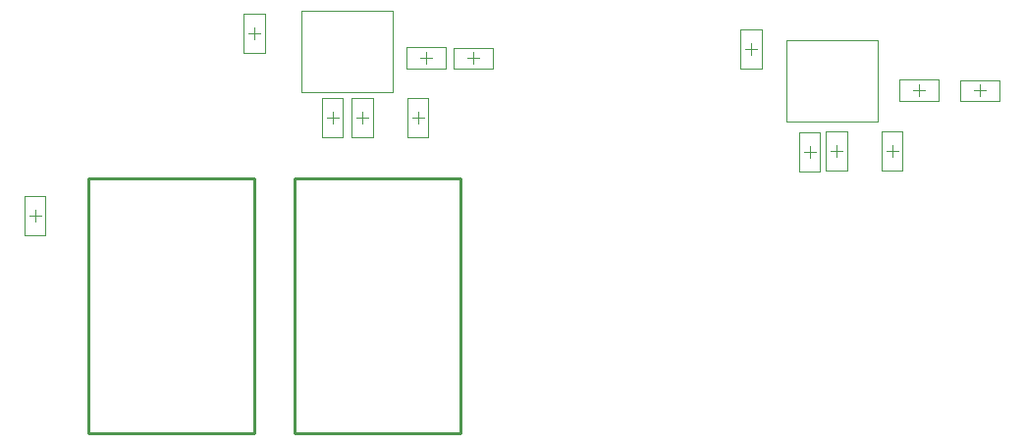
<source format=gbr>
%TF.GenerationSoftware,Altium Limited,Altium Designer,19.1.8 (144)*%
G04 Layer_Color=32768*
%FSLAX26Y26*%
%MOIN*%
%TF.FileFunction,Other,Mechanical_15*%
%TF.Part,Single*%
G01*
G75*
%TA.AperFunction,NonConductor*%
%ADD43C,0.010000*%
%ADD44C,0.003937*%
%ADD56C,0.001968*%
D43*
X1360000Y-105000D02*
Y335000D01*
Y-105000D02*
X1925000D01*
Y760000D01*
X1360000D02*
X1925000D01*
X1360000Y330000D02*
Y760000D01*
X2060000Y-105000D02*
Y335000D01*
Y-105000D02*
X2625000D01*
Y760000D01*
X2060000D02*
X2625000D01*
X2060000Y330000D02*
Y760000D01*
D44*
X2083819Y1054173D02*
Y1329764D01*
Y1054173D02*
X2394843D01*
Y1329764D01*
X2083819D02*
X2394843D01*
X3729843Y954449D02*
Y1230039D01*
Y954449D02*
X4040866D01*
Y1230039D01*
X3729843D02*
X4040866D01*
X1160315Y633583D02*
X1199685D01*
X1180000Y613898D02*
Y653268D01*
X1905315Y1255000D02*
X1944685D01*
X1925000Y1235315D02*
Y1274685D01*
X3590315Y1200000D02*
X3629685D01*
X3610000Y1180315D02*
Y1219685D01*
X3810000Y831063D02*
Y870433D01*
X3790315Y850748D02*
X3829685D01*
X4366732Y1060000D02*
X4406102D01*
X4386417Y1040315D02*
Y1079685D01*
X2190000Y948898D02*
Y988268D01*
X2170315Y968583D02*
X2209685D01*
X2480000Y948898D02*
Y988268D01*
X2460315Y968583D02*
X2499685D01*
X2646732Y1170000D02*
X2686102D01*
X2666417Y1150315D02*
Y1189685D01*
X4090000Y833898D02*
Y873268D01*
X4070315Y853583D02*
X4109685D01*
X4160315Y1060000D02*
X4199685D01*
X4180000Y1040315D02*
Y1079685D01*
X2290000Y948898D02*
Y988268D01*
X2270315Y968583D02*
X2309685D01*
X2486732Y1170000D02*
X2526102D01*
X2506417Y1150315D02*
Y1189685D01*
X3900000Y833898D02*
Y873268D01*
X3880315Y853583D02*
X3919685D01*
D56*
X1215433Y566654D02*
Y700512D01*
X1144567Y566654D02*
Y700512D01*
X1215433D01*
X1144567Y566654D02*
X1215433D01*
X1887599Y1188071D02*
Y1321929D01*
X1962402Y1188071D02*
Y1321929D01*
X1887599Y1188071D02*
X1962402D01*
X1887599Y1321929D02*
X1962402D01*
X3572599Y1133071D02*
Y1266929D01*
X3647402Y1133071D02*
Y1266929D01*
X3572599Y1133071D02*
X3647402D01*
X3572599Y1266929D02*
X3647402D01*
X3774567Y783819D02*
X3845433D01*
X3774567Y917677D02*
X3845433D01*
X3774567Y783819D02*
Y917677D01*
X3845433Y783819D02*
Y917677D01*
X4453346Y1024567D02*
Y1095433D01*
X4319488Y1024567D02*
Y1095433D01*
Y1024567D02*
X4453346D01*
X4319488Y1095433D02*
X4453346D01*
X2154567Y901654D02*
X2225433D01*
X2154567Y1035512D02*
X2225433D01*
X2154567Y901654D02*
Y1035512D01*
X2225433Y901654D02*
Y1035512D01*
X2444567Y901654D02*
X2515433D01*
X2444567Y1035512D02*
X2515433D01*
X2444567Y901654D02*
Y1035512D01*
X2515433Y901654D02*
Y1035512D01*
X2733346Y1134567D02*
Y1205433D01*
X2599488Y1134567D02*
Y1205433D01*
Y1134567D02*
X2733346D01*
X2599488Y1205433D02*
X2733346D01*
X4054567Y786654D02*
X4125433D01*
X4054567Y920512D02*
X4125433D01*
X4054567Y786654D02*
Y920512D01*
X4125433Y786654D02*
Y920512D01*
X4113071Y1022598D02*
Y1097402D01*
X4246929Y1022598D02*
Y1097402D01*
X4113071D02*
X4246929D01*
X4113071Y1022598D02*
X4246929D01*
X2252599Y1035512D02*
X2327402D01*
X2252599Y901654D02*
X2327402D01*
Y1035512D01*
X2252599Y901654D02*
Y1035512D01*
X2439488Y1132599D02*
Y1207402D01*
X2573347Y1132599D02*
Y1207402D01*
X2439488D02*
X2573347D01*
X2439488Y1132599D02*
X2573347D01*
X3862599Y920512D02*
X3937402D01*
X3862599Y786654D02*
X3937402D01*
Y920512D01*
X3862599Y786654D02*
Y920512D01*
%TF.MD5,3801a49c28d6985eddfbc697c91cf3c2*%
M02*

</source>
